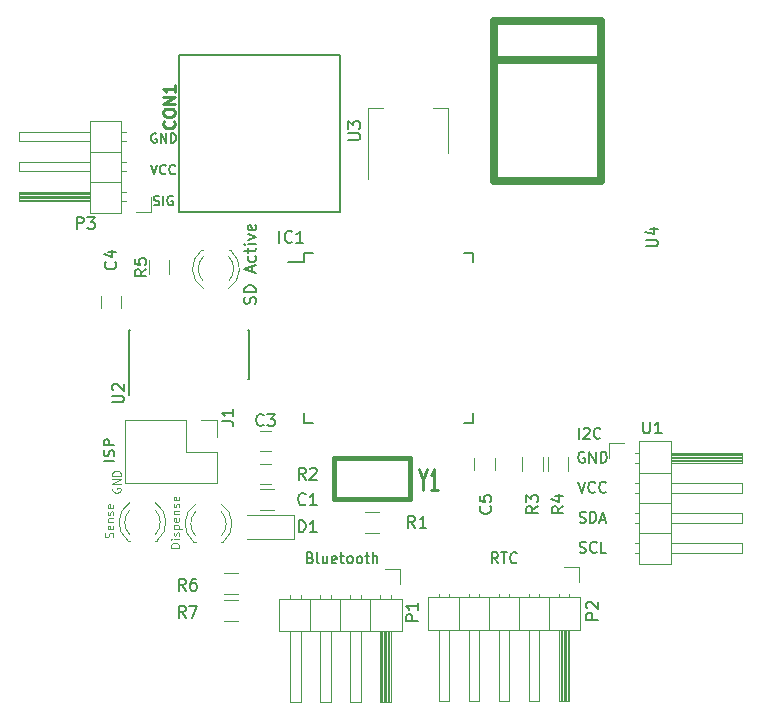
<source format=gbr>
G04 #@! TF.FileFunction,Legend,Top*
%FSLAX46Y46*%
G04 Gerber Fmt 4.6, Leading zero omitted, Abs format (unit mm)*
G04 Created by KiCad (PCBNEW 4.0.5) date 03/19/17 17:23:27*
%MOMM*%
%LPD*%
G01*
G04 APERTURE LIST*
%ADD10C,0.100000*%
%ADD11C,0.150000*%
%ADD12C,0.130000*%
%ADD13C,0.200660*%
%ADD14C,0.120000*%
%ADD15C,0.381000*%
%ADD16C,0.650000*%
%ADD17C,0.250000*%
%ADD18C,0.271780*%
G04 APERTURE END LIST*
D10*
X7301667Y-41773999D02*
X6601667Y-41773999D01*
X6601667Y-41607333D01*
X6635000Y-41507333D01*
X6701667Y-41440666D01*
X6768333Y-41407333D01*
X6901667Y-41373999D01*
X7001667Y-41373999D01*
X7135000Y-41407333D01*
X7201667Y-41440666D01*
X7268333Y-41507333D01*
X7301667Y-41607333D01*
X7301667Y-41773999D01*
X7301667Y-41073999D02*
X6835000Y-41073999D01*
X6601667Y-41073999D02*
X6635000Y-41107333D01*
X6668333Y-41073999D01*
X6635000Y-41040666D01*
X6601667Y-41073999D01*
X6668333Y-41073999D01*
X7268333Y-40774000D02*
X7301667Y-40707333D01*
X7301667Y-40574000D01*
X7268333Y-40507333D01*
X7201667Y-40474000D01*
X7168333Y-40474000D01*
X7101667Y-40507333D01*
X7068333Y-40574000D01*
X7068333Y-40674000D01*
X7035000Y-40740666D01*
X6968333Y-40774000D01*
X6935000Y-40774000D01*
X6868333Y-40740666D01*
X6835000Y-40674000D01*
X6835000Y-40574000D01*
X6868333Y-40507333D01*
X6835000Y-40173999D02*
X7535000Y-40173999D01*
X6868333Y-40173999D02*
X6835000Y-40107333D01*
X6835000Y-39973999D01*
X6868333Y-39907333D01*
X6901667Y-39873999D01*
X6968333Y-39840666D01*
X7168333Y-39840666D01*
X7235000Y-39873999D01*
X7268333Y-39907333D01*
X7301667Y-39973999D01*
X7301667Y-40107333D01*
X7268333Y-40173999D01*
X7268333Y-39274000D02*
X7301667Y-39340666D01*
X7301667Y-39474000D01*
X7268333Y-39540666D01*
X7201667Y-39574000D01*
X6935000Y-39574000D01*
X6868333Y-39540666D01*
X6835000Y-39474000D01*
X6835000Y-39340666D01*
X6868333Y-39274000D01*
X6935000Y-39240666D01*
X7001667Y-39240666D01*
X7068333Y-39574000D01*
X6835000Y-38940666D02*
X7301667Y-38940666D01*
X6901667Y-38940666D02*
X6868333Y-38907333D01*
X6835000Y-38840666D01*
X6835000Y-38740666D01*
X6868333Y-38674000D01*
X6935000Y-38640666D01*
X7301667Y-38640666D01*
X7268333Y-38340667D02*
X7301667Y-38274000D01*
X7301667Y-38140667D01*
X7268333Y-38074000D01*
X7201667Y-38040667D01*
X7168333Y-38040667D01*
X7101667Y-38074000D01*
X7068333Y-38140667D01*
X7068333Y-38240667D01*
X7035000Y-38307333D01*
X6968333Y-38340667D01*
X6935000Y-38340667D01*
X6868333Y-38307333D01*
X6835000Y-38240667D01*
X6835000Y-38140667D01*
X6868333Y-38074000D01*
X7268333Y-37474000D02*
X7301667Y-37540666D01*
X7301667Y-37674000D01*
X7268333Y-37740666D01*
X7201667Y-37774000D01*
X6935000Y-37774000D01*
X6868333Y-37740666D01*
X6835000Y-37674000D01*
X6835000Y-37540666D01*
X6868333Y-37474000D01*
X6935000Y-37440666D01*
X7001667Y-37440666D01*
X7068333Y-37774000D01*
X1680333Y-40897000D02*
X1713667Y-40797000D01*
X1713667Y-40630333D01*
X1680333Y-40563666D01*
X1647000Y-40530333D01*
X1580333Y-40497000D01*
X1513667Y-40497000D01*
X1447000Y-40530333D01*
X1413667Y-40563666D01*
X1380333Y-40630333D01*
X1347000Y-40763666D01*
X1313667Y-40830333D01*
X1280333Y-40863666D01*
X1213667Y-40897000D01*
X1147000Y-40897000D01*
X1080333Y-40863666D01*
X1047000Y-40830333D01*
X1013667Y-40763666D01*
X1013667Y-40597000D01*
X1047000Y-40497000D01*
X1680333Y-39930333D02*
X1713667Y-39996999D01*
X1713667Y-40130333D01*
X1680333Y-40196999D01*
X1613667Y-40230333D01*
X1347000Y-40230333D01*
X1280333Y-40196999D01*
X1247000Y-40130333D01*
X1247000Y-39996999D01*
X1280333Y-39930333D01*
X1347000Y-39896999D01*
X1413667Y-39896999D01*
X1480333Y-40230333D01*
X1247000Y-39596999D02*
X1713667Y-39596999D01*
X1313667Y-39596999D02*
X1280333Y-39563666D01*
X1247000Y-39496999D01*
X1247000Y-39396999D01*
X1280333Y-39330333D01*
X1347000Y-39296999D01*
X1713667Y-39296999D01*
X1680333Y-38997000D02*
X1713667Y-38930333D01*
X1713667Y-38797000D01*
X1680333Y-38730333D01*
X1613667Y-38697000D01*
X1580333Y-38697000D01*
X1513667Y-38730333D01*
X1480333Y-38797000D01*
X1480333Y-38897000D01*
X1447000Y-38963666D01*
X1380333Y-38997000D01*
X1347000Y-38997000D01*
X1280333Y-38963666D01*
X1247000Y-38897000D01*
X1247000Y-38797000D01*
X1280333Y-38730333D01*
X1680333Y-38130333D02*
X1713667Y-38196999D01*
X1713667Y-38330333D01*
X1680333Y-38396999D01*
X1613667Y-38430333D01*
X1347000Y-38430333D01*
X1280333Y-38396999D01*
X1247000Y-38330333D01*
X1247000Y-38196999D01*
X1280333Y-38130333D01*
X1347000Y-38096999D01*
X1413667Y-38096999D01*
X1480333Y-38430333D01*
D11*
X1804143Y-34406571D02*
X904143Y-34406571D01*
X1761286Y-34020857D02*
X1804143Y-33892286D01*
X1804143Y-33678000D01*
X1761286Y-33592286D01*
X1718429Y-33549429D01*
X1632714Y-33506572D01*
X1547000Y-33506572D01*
X1461286Y-33549429D01*
X1418429Y-33592286D01*
X1375571Y-33678000D01*
X1332714Y-33849429D01*
X1289857Y-33935143D01*
X1247000Y-33978000D01*
X1161286Y-34020857D01*
X1075571Y-34020857D01*
X989857Y-33978000D01*
X947000Y-33935143D01*
X904143Y-33849429D01*
X904143Y-33635143D01*
X947000Y-33506572D01*
X1804143Y-33120857D02*
X904143Y-33120857D01*
X904143Y-32778000D01*
X947000Y-32692286D01*
X989857Y-32649429D01*
X1075571Y-32606572D01*
X1204143Y-32606572D01*
X1289857Y-32649429D01*
X1332714Y-32692286D01*
X1375571Y-32778000D01*
X1375571Y-33120857D01*
X41219572Y-42147286D02*
X41348143Y-42190143D01*
X41562429Y-42190143D01*
X41648143Y-42147286D01*
X41691000Y-42104429D01*
X41733857Y-42018714D01*
X41733857Y-41933000D01*
X41691000Y-41847286D01*
X41648143Y-41804429D01*
X41562429Y-41761571D01*
X41391000Y-41718714D01*
X41305286Y-41675857D01*
X41262429Y-41633000D01*
X41219572Y-41547286D01*
X41219572Y-41461571D01*
X41262429Y-41375857D01*
X41305286Y-41333000D01*
X41391000Y-41290143D01*
X41605286Y-41290143D01*
X41733857Y-41333000D01*
X42633857Y-42104429D02*
X42591000Y-42147286D01*
X42462429Y-42190143D01*
X42376715Y-42190143D01*
X42248143Y-42147286D01*
X42162429Y-42061571D01*
X42119572Y-41975857D01*
X42076715Y-41804429D01*
X42076715Y-41675857D01*
X42119572Y-41504429D01*
X42162429Y-41418714D01*
X42248143Y-41333000D01*
X42376715Y-41290143D01*
X42462429Y-41290143D01*
X42591000Y-41333000D01*
X42633857Y-41375857D01*
X43448143Y-42190143D02*
X43019572Y-42190143D01*
X43019572Y-41290143D01*
X41198143Y-39607286D02*
X41326714Y-39650143D01*
X41541000Y-39650143D01*
X41626714Y-39607286D01*
X41669571Y-39564429D01*
X41712428Y-39478714D01*
X41712428Y-39393000D01*
X41669571Y-39307286D01*
X41626714Y-39264429D01*
X41541000Y-39221571D01*
X41369571Y-39178714D01*
X41283857Y-39135857D01*
X41241000Y-39093000D01*
X41198143Y-39007286D01*
X41198143Y-38921571D01*
X41241000Y-38835857D01*
X41283857Y-38793000D01*
X41369571Y-38750143D01*
X41583857Y-38750143D01*
X41712428Y-38793000D01*
X42098143Y-39650143D02*
X42098143Y-38750143D01*
X42312428Y-38750143D01*
X42441000Y-38793000D01*
X42526714Y-38878714D01*
X42569571Y-38964429D01*
X42612428Y-39135857D01*
X42612428Y-39264429D01*
X42569571Y-39435857D01*
X42526714Y-39521571D01*
X42441000Y-39607286D01*
X42312428Y-39650143D01*
X42098143Y-39650143D01*
X42955286Y-39393000D02*
X43383857Y-39393000D01*
X42869571Y-39650143D02*
X43169571Y-38750143D01*
X43469571Y-39650143D01*
X41091000Y-36210143D02*
X41391000Y-37110143D01*
X41691000Y-36210143D01*
X42505286Y-37024429D02*
X42462429Y-37067286D01*
X42333858Y-37110143D01*
X42248144Y-37110143D01*
X42119572Y-37067286D01*
X42033858Y-36981571D01*
X41991001Y-36895857D01*
X41948144Y-36724429D01*
X41948144Y-36595857D01*
X41991001Y-36424429D01*
X42033858Y-36338714D01*
X42119572Y-36253000D01*
X42248144Y-36210143D01*
X42333858Y-36210143D01*
X42462429Y-36253000D01*
X42505286Y-36295857D01*
X43405286Y-37024429D02*
X43362429Y-37067286D01*
X43233858Y-37110143D01*
X43148144Y-37110143D01*
X43019572Y-37067286D01*
X42933858Y-36981571D01*
X42891001Y-36895857D01*
X42848144Y-36724429D01*
X42848144Y-36595857D01*
X42891001Y-36424429D01*
X42933858Y-36338714D01*
X43019572Y-36253000D01*
X43148144Y-36210143D01*
X43233858Y-36210143D01*
X43362429Y-36253000D01*
X43405286Y-36295857D01*
X41605286Y-33713000D02*
X41519572Y-33670143D01*
X41391001Y-33670143D01*
X41262429Y-33713000D01*
X41176715Y-33798714D01*
X41133858Y-33884429D01*
X41091001Y-34055857D01*
X41091001Y-34184429D01*
X41133858Y-34355857D01*
X41176715Y-34441571D01*
X41262429Y-34527286D01*
X41391001Y-34570143D01*
X41476715Y-34570143D01*
X41605286Y-34527286D01*
X41648143Y-34484429D01*
X41648143Y-34184429D01*
X41476715Y-34184429D01*
X42033858Y-34570143D02*
X42033858Y-33670143D01*
X42548143Y-34570143D01*
X42548143Y-33670143D01*
X42976715Y-34570143D02*
X42976715Y-33670143D01*
X43191000Y-33670143D01*
X43319572Y-33713000D01*
X43405286Y-33798714D01*
X43448143Y-33884429D01*
X43491000Y-34055857D01*
X43491000Y-34184429D01*
X43448143Y-34355857D01*
X43405286Y-34441571D01*
X43319572Y-34527286D01*
X43191000Y-34570143D01*
X42976715Y-34570143D01*
D10*
X1682000Y-36728333D02*
X1648667Y-36794999D01*
X1648667Y-36894999D01*
X1682000Y-36994999D01*
X1748667Y-37061666D01*
X1815333Y-37094999D01*
X1948667Y-37128333D01*
X2048667Y-37128333D01*
X2182000Y-37094999D01*
X2248667Y-37061666D01*
X2315333Y-36994999D01*
X2348667Y-36894999D01*
X2348667Y-36828333D01*
X2315333Y-36728333D01*
X2282000Y-36694999D01*
X2048667Y-36694999D01*
X2048667Y-36828333D01*
X2348667Y-36394999D02*
X1648667Y-36394999D01*
X2348667Y-35994999D01*
X1648667Y-35994999D01*
X2348667Y-35661666D02*
X1648667Y-35661666D01*
X1648667Y-35495000D01*
X1682000Y-35395000D01*
X1748667Y-35328333D01*
X1815333Y-35295000D01*
X1948667Y-35261666D01*
X2048667Y-35261666D01*
X2182000Y-35295000D01*
X2248667Y-35328333D01*
X2315333Y-35395000D01*
X2348667Y-35495000D01*
X2348667Y-35661666D01*
D12*
X5359477Y-6719000D02*
X5283286Y-6680905D01*
X5169001Y-6680905D01*
X5054715Y-6719000D01*
X4978524Y-6795190D01*
X4940429Y-6871381D01*
X4902334Y-7023762D01*
X4902334Y-7138048D01*
X4940429Y-7290429D01*
X4978524Y-7366619D01*
X5054715Y-7442810D01*
X5169001Y-7480905D01*
X5245191Y-7480905D01*
X5359477Y-7442810D01*
X5397572Y-7404714D01*
X5397572Y-7138048D01*
X5245191Y-7138048D01*
X5740429Y-7480905D02*
X5740429Y-6680905D01*
X6197572Y-7480905D01*
X6197572Y-6680905D01*
X6578524Y-7480905D02*
X6578524Y-6680905D01*
X6769000Y-6680905D01*
X6883286Y-6719000D01*
X6959477Y-6795190D01*
X6997572Y-6871381D01*
X7035667Y-7023762D01*
X7035667Y-7138048D01*
X6997572Y-7290429D01*
X6959477Y-7366619D01*
X6883286Y-7442810D01*
X6769000Y-7480905D01*
X6578524Y-7480905D01*
X4902333Y-9340905D02*
X5169000Y-10140905D01*
X5435667Y-9340905D01*
X6159476Y-10064714D02*
X6121381Y-10102810D01*
X6007095Y-10140905D01*
X5930905Y-10140905D01*
X5816619Y-10102810D01*
X5740428Y-10026619D01*
X5702333Y-9950429D01*
X5664238Y-9798048D01*
X5664238Y-9683762D01*
X5702333Y-9531381D01*
X5740428Y-9455190D01*
X5816619Y-9379000D01*
X5930905Y-9340905D01*
X6007095Y-9340905D01*
X6121381Y-9379000D01*
X6159476Y-9417095D01*
X6959476Y-10064714D02*
X6921381Y-10102810D01*
X6807095Y-10140905D01*
X6730905Y-10140905D01*
X6616619Y-10102810D01*
X6540428Y-10026619D01*
X6502333Y-9950429D01*
X6464238Y-9798048D01*
X6464238Y-9683762D01*
X6502333Y-9531381D01*
X6540428Y-9455190D01*
X6616619Y-9379000D01*
X6730905Y-9340905D01*
X6807095Y-9340905D01*
X6921381Y-9379000D01*
X6959476Y-9417095D01*
X5149953Y-12762810D02*
X5264239Y-12800905D01*
X5454715Y-12800905D01*
X5530905Y-12762810D01*
X5569001Y-12724714D01*
X5607096Y-12648524D01*
X5607096Y-12572333D01*
X5569001Y-12496143D01*
X5530905Y-12458048D01*
X5454715Y-12419952D01*
X5302334Y-12381857D01*
X5226143Y-12343762D01*
X5188048Y-12305667D01*
X5149953Y-12229476D01*
X5149953Y-12153286D01*
X5188048Y-12077095D01*
X5226143Y-12039000D01*
X5302334Y-12000905D01*
X5492810Y-12000905D01*
X5607096Y-12039000D01*
X5949953Y-12800905D02*
X5949953Y-12000905D01*
X6749953Y-12039000D02*
X6673762Y-12000905D01*
X6559477Y-12000905D01*
X6445191Y-12039000D01*
X6369000Y-12115190D01*
X6330905Y-12191381D01*
X6292810Y-12343762D01*
X6292810Y-12458048D01*
X6330905Y-12610429D01*
X6369000Y-12686619D01*
X6445191Y-12762810D01*
X6559477Y-12800905D01*
X6635667Y-12800905D01*
X6749953Y-12762810D01*
X6788048Y-12724714D01*
X6788048Y-12458048D01*
X6635667Y-12458048D01*
D11*
X41158429Y-32538143D02*
X41158429Y-31638143D01*
X41544143Y-31723857D02*
X41587000Y-31681000D01*
X41672714Y-31638143D01*
X41887000Y-31638143D01*
X41972714Y-31681000D01*
X42015571Y-31723857D01*
X42058428Y-31809571D01*
X42058428Y-31895286D01*
X42015571Y-32023857D01*
X41501285Y-32538143D01*
X42058428Y-32538143D01*
X42958428Y-32452429D02*
X42915571Y-32495286D01*
X42787000Y-32538143D01*
X42701286Y-32538143D01*
X42572714Y-32495286D01*
X42487000Y-32409571D01*
X42444143Y-32323857D01*
X42401286Y-32152429D01*
X42401286Y-32023857D01*
X42444143Y-31852429D01*
X42487000Y-31766714D01*
X42572714Y-31681000D01*
X42701286Y-31638143D01*
X42787000Y-31638143D01*
X42915571Y-31681000D01*
X42958428Y-31723857D01*
X34283714Y-43079143D02*
X33983714Y-42650571D01*
X33769429Y-43079143D02*
X33769429Y-42179143D01*
X34112286Y-42179143D01*
X34198000Y-42222000D01*
X34240857Y-42264857D01*
X34283714Y-42350571D01*
X34283714Y-42479143D01*
X34240857Y-42564857D01*
X34198000Y-42607714D01*
X34112286Y-42650571D01*
X33769429Y-42650571D01*
X34540857Y-42179143D02*
X35055143Y-42179143D01*
X34798000Y-43079143D02*
X34798000Y-42179143D01*
X35869428Y-42993429D02*
X35826571Y-43036286D01*
X35698000Y-43079143D01*
X35612286Y-43079143D01*
X35483714Y-43036286D01*
X35398000Y-42950571D01*
X35355143Y-42864857D01*
X35312286Y-42693429D01*
X35312286Y-42564857D01*
X35355143Y-42393429D01*
X35398000Y-42307714D01*
X35483714Y-42222000D01*
X35612286Y-42179143D01*
X35698000Y-42179143D01*
X35826571Y-42222000D01*
X35869428Y-42264857D01*
X18381999Y-42607714D02*
X18510570Y-42650571D01*
X18553427Y-42693429D01*
X18596284Y-42779143D01*
X18596284Y-42907714D01*
X18553427Y-42993429D01*
X18510570Y-43036286D01*
X18424856Y-43079143D01*
X18081999Y-43079143D01*
X18081999Y-42179143D01*
X18381999Y-42179143D01*
X18467713Y-42222000D01*
X18510570Y-42264857D01*
X18553427Y-42350571D01*
X18553427Y-42436286D01*
X18510570Y-42522000D01*
X18467713Y-42564857D01*
X18381999Y-42607714D01*
X18081999Y-42607714D01*
X19110570Y-43079143D02*
X19024856Y-43036286D01*
X18981999Y-42950571D01*
X18981999Y-42179143D01*
X19839142Y-42479143D02*
X19839142Y-43079143D01*
X19453428Y-42479143D02*
X19453428Y-42950571D01*
X19496285Y-43036286D01*
X19581999Y-43079143D01*
X19710571Y-43079143D01*
X19796285Y-43036286D01*
X19839142Y-42993429D01*
X20610571Y-43036286D02*
X20524857Y-43079143D01*
X20353428Y-43079143D01*
X20267714Y-43036286D01*
X20224857Y-42950571D01*
X20224857Y-42607714D01*
X20267714Y-42522000D01*
X20353428Y-42479143D01*
X20524857Y-42479143D01*
X20610571Y-42522000D01*
X20653428Y-42607714D01*
X20653428Y-42693429D01*
X20224857Y-42779143D01*
X20910571Y-42479143D02*
X21253428Y-42479143D01*
X21039143Y-42179143D02*
X21039143Y-42950571D01*
X21082000Y-43036286D01*
X21167714Y-43079143D01*
X21253428Y-43079143D01*
X21682000Y-43079143D02*
X21596286Y-43036286D01*
X21553429Y-42993429D01*
X21510572Y-42907714D01*
X21510572Y-42650571D01*
X21553429Y-42564857D01*
X21596286Y-42522000D01*
X21682000Y-42479143D01*
X21810572Y-42479143D01*
X21896286Y-42522000D01*
X21939143Y-42564857D01*
X21982000Y-42650571D01*
X21982000Y-42907714D01*
X21939143Y-42993429D01*
X21896286Y-43036286D01*
X21810572Y-43079143D01*
X21682000Y-43079143D01*
X22496286Y-43079143D02*
X22410572Y-43036286D01*
X22367715Y-42993429D01*
X22324858Y-42907714D01*
X22324858Y-42650571D01*
X22367715Y-42564857D01*
X22410572Y-42522000D01*
X22496286Y-42479143D01*
X22624858Y-42479143D01*
X22710572Y-42522000D01*
X22753429Y-42564857D01*
X22796286Y-42650571D01*
X22796286Y-42907714D01*
X22753429Y-42993429D01*
X22710572Y-43036286D01*
X22624858Y-43079143D01*
X22496286Y-43079143D01*
X23053429Y-42479143D02*
X23396286Y-42479143D01*
X23182001Y-42179143D02*
X23182001Y-42950571D01*
X23224858Y-43036286D01*
X23310572Y-43079143D01*
X23396286Y-43079143D01*
X23696287Y-43079143D02*
X23696287Y-42179143D01*
X24082001Y-43079143D02*
X24082001Y-42607714D01*
X24039144Y-42522000D01*
X23953430Y-42479143D01*
X23824858Y-42479143D01*
X23739144Y-42522000D01*
X23696287Y-42564857D01*
X13739762Y-21137143D02*
X13787381Y-20994286D01*
X13787381Y-20756190D01*
X13739762Y-20660952D01*
X13692143Y-20613333D01*
X13596905Y-20565714D01*
X13501667Y-20565714D01*
X13406429Y-20613333D01*
X13358810Y-20660952D01*
X13311190Y-20756190D01*
X13263571Y-20946667D01*
X13215952Y-21041905D01*
X13168333Y-21089524D01*
X13073095Y-21137143D01*
X12977857Y-21137143D01*
X12882619Y-21089524D01*
X12835000Y-21041905D01*
X12787381Y-20946667D01*
X12787381Y-20708571D01*
X12835000Y-20565714D01*
X13787381Y-20137143D02*
X12787381Y-20137143D01*
X12787381Y-19899048D01*
X12835000Y-19756190D01*
X12930238Y-19660952D01*
X13025476Y-19613333D01*
X13215952Y-19565714D01*
X13358810Y-19565714D01*
X13549286Y-19613333D01*
X13644524Y-19660952D01*
X13739762Y-19756190D01*
X13787381Y-19899048D01*
X13787381Y-20137143D01*
X13501667Y-18422857D02*
X13501667Y-17946666D01*
X13787381Y-18518095D02*
X12787381Y-18184762D01*
X13787381Y-17851428D01*
X13739762Y-17089523D02*
X13787381Y-17184761D01*
X13787381Y-17375238D01*
X13739762Y-17470476D01*
X13692143Y-17518095D01*
X13596905Y-17565714D01*
X13311190Y-17565714D01*
X13215952Y-17518095D01*
X13168333Y-17470476D01*
X13120714Y-17375238D01*
X13120714Y-17184761D01*
X13168333Y-17089523D01*
X13120714Y-16803809D02*
X13120714Y-16422857D01*
X12787381Y-16660952D02*
X13644524Y-16660952D01*
X13739762Y-16613333D01*
X13787381Y-16518095D01*
X13787381Y-16422857D01*
X13787381Y-16089523D02*
X13120714Y-16089523D01*
X12787381Y-16089523D02*
X12835000Y-16137142D01*
X12882619Y-16089523D01*
X12835000Y-16041904D01*
X12787381Y-16089523D01*
X12882619Y-16089523D01*
X13120714Y-15708571D02*
X13787381Y-15470476D01*
X13120714Y-15232380D01*
X13739762Y-14470475D02*
X13787381Y-14565713D01*
X13787381Y-14756190D01*
X13739762Y-14851428D01*
X13644524Y-14899047D01*
X13263571Y-14899047D01*
X13168333Y-14851428D01*
X13120714Y-14756190D01*
X13120714Y-14565713D01*
X13168333Y-14470475D01*
X13263571Y-14422856D01*
X13358810Y-14422856D01*
X13454048Y-14899047D01*
X3053000Y-27475000D02*
X3078000Y-27475000D01*
X3053000Y-23325000D02*
X3158000Y-23325000D01*
X13203000Y-23325000D02*
X13098000Y-23325000D01*
X13203000Y-27475000D02*
X13098000Y-27475000D01*
X3053000Y-27475000D02*
X3053000Y-23325000D01*
X13203000Y-27475000D02*
X13203000Y-23325000D01*
X3078000Y-27475000D02*
X3078000Y-28850000D01*
D13*
X7297420Y-13335000D02*
X7297420Y-35560D01*
X7297420Y-35560D02*
X20896580Y-35560D01*
X20896580Y-35560D02*
X20896580Y-13335000D01*
X20896580Y-13335000D02*
X7297420Y-13335000D01*
D11*
X17825000Y-16825000D02*
X17825000Y-17625000D01*
X32175000Y-16825000D02*
X32175000Y-17625000D01*
X32175000Y-31175000D02*
X32175000Y-30375000D01*
X17825000Y-31175000D02*
X17825000Y-30375000D01*
X17825000Y-16825000D02*
X18625000Y-16825000D01*
X17825000Y-31175000D02*
X18625000Y-31175000D01*
X32175000Y-31175000D02*
X31375000Y-31175000D01*
X32175000Y-16825000D02*
X31375000Y-16825000D01*
X17825000Y-17625000D02*
X16550000Y-17625000D01*
D14*
X23022000Y-38744000D02*
X24222000Y-38744000D01*
X24222000Y-40504000D02*
X23022000Y-40504000D01*
D15*
X26873200Y-37691060D02*
X20370800Y-37691060D01*
X20370800Y-37691060D02*
X20370800Y-34190940D01*
X20370800Y-34190940D02*
X26873200Y-34190940D01*
X26873200Y-34190940D02*
X26873200Y-37691060D01*
D14*
X14105000Y-36410000D02*
X15105000Y-36410000D01*
X15105000Y-34710000D02*
X14105000Y-34710000D01*
X16982000Y-41005000D02*
X16982000Y-39005000D01*
X16982000Y-39005000D02*
X13082000Y-39005000D01*
X16982000Y-41005000D02*
X13082000Y-41005000D01*
X15332000Y-38599000D02*
X14132000Y-38599000D01*
X14132000Y-36839000D02*
X15332000Y-36839000D01*
X36331000Y-35271000D02*
X36331000Y-34071000D01*
X38091000Y-34071000D02*
X38091000Y-35271000D01*
X38490000Y-35271000D02*
X38490000Y-34071000D01*
X40250000Y-34071000D02*
X40250000Y-35271000D01*
X46238000Y-32773000D02*
X46238000Y-35433000D01*
X46238000Y-35433000D02*
X48978000Y-35433000D01*
X48978000Y-35433000D02*
X48978000Y-32773000D01*
X48978000Y-32773000D02*
X46238000Y-32773000D01*
X48978000Y-33723000D02*
X48978000Y-34603000D01*
X48978000Y-34603000D02*
X54978000Y-34603000D01*
X54978000Y-34603000D02*
X54978000Y-33723000D01*
X54978000Y-33723000D02*
X48978000Y-33723000D01*
X45928000Y-33723000D02*
X46238000Y-33723000D01*
X45928000Y-34603000D02*
X46238000Y-34603000D01*
X48978000Y-33843000D02*
X54978000Y-33843000D01*
X48978000Y-33963000D02*
X54978000Y-33963000D01*
X48978000Y-34083000D02*
X54978000Y-34083000D01*
X48978000Y-34203000D02*
X54978000Y-34203000D01*
X48978000Y-34323000D02*
X54978000Y-34323000D01*
X48978000Y-34443000D02*
X54978000Y-34443000D01*
X48978000Y-34563000D02*
X54978000Y-34563000D01*
X46238000Y-35433000D02*
X46238000Y-37973000D01*
X46238000Y-37973000D02*
X48978000Y-37973000D01*
X48978000Y-37973000D02*
X48978000Y-35433000D01*
X48978000Y-35433000D02*
X46238000Y-35433000D01*
X48978000Y-36263000D02*
X48978000Y-37143000D01*
X48978000Y-37143000D02*
X54978000Y-37143000D01*
X54978000Y-37143000D02*
X54978000Y-36263000D01*
X54978000Y-36263000D02*
X48978000Y-36263000D01*
X45928000Y-36263000D02*
X46238000Y-36263000D01*
X45928000Y-37143000D02*
X46238000Y-37143000D01*
X46238000Y-37973000D02*
X46238000Y-40513000D01*
X46238000Y-40513000D02*
X48978000Y-40513000D01*
X48978000Y-40513000D02*
X48978000Y-37973000D01*
X48978000Y-37973000D02*
X46238000Y-37973000D01*
X48978000Y-38803000D02*
X48978000Y-39683000D01*
X48978000Y-39683000D02*
X54978000Y-39683000D01*
X54978000Y-39683000D02*
X54978000Y-38803000D01*
X54978000Y-38803000D02*
X48978000Y-38803000D01*
X45928000Y-38803000D02*
X46238000Y-38803000D01*
X45928000Y-39683000D02*
X46238000Y-39683000D01*
X46238000Y-40513000D02*
X46238000Y-43173000D01*
X46238000Y-43173000D02*
X48978000Y-43173000D01*
X48978000Y-43173000D02*
X48978000Y-40513000D01*
X48978000Y-40513000D02*
X46238000Y-40513000D01*
X48978000Y-41343000D02*
X48978000Y-42223000D01*
X48978000Y-42223000D02*
X54978000Y-42223000D01*
X54978000Y-42223000D02*
X54978000Y-41343000D01*
X54978000Y-41343000D02*
X48978000Y-41343000D01*
X45928000Y-41343000D02*
X46238000Y-41343000D01*
X45928000Y-42223000D02*
X46238000Y-42223000D01*
X43688000Y-34163000D02*
X43688000Y-32893000D01*
X43688000Y-32893000D02*
X44958000Y-32893000D01*
X11492608Y-19833335D02*
G75*
G03X11649516Y-16601000I-1078608J1672335D01*
G01*
X9335392Y-19833335D02*
G75*
G02X9178484Y-16601000I1078608J1672335D01*
G01*
X11493837Y-19202130D02*
G75*
G03X11494000Y-17120039I-1079837J1041130D01*
G01*
X9334163Y-19202130D02*
G75*
G02X9334000Y-17120039I1079837J1041130D01*
G01*
X11650000Y-16601000D02*
X11494000Y-16601000D01*
X9334000Y-16601000D02*
X9178000Y-16601000D01*
X4708000Y-18634000D02*
X4708000Y-17434000D01*
X6468000Y-17434000D02*
X6468000Y-18634000D01*
X30080000Y-4567000D02*
X28820000Y-4567000D01*
X23260000Y-4567000D02*
X24520000Y-4567000D01*
X30080000Y-8327000D02*
X30080000Y-4567000D01*
X23260000Y-10577000D02*
X23260000Y-4567000D01*
X7874000Y-30995000D02*
X2674000Y-30995000D01*
X2674000Y-30995000D02*
X2674000Y-36315000D01*
X2674000Y-36315000D02*
X10534000Y-36315000D01*
X10534000Y-36315000D02*
X10534000Y-33655000D01*
X10534000Y-33655000D02*
X7874000Y-33655000D01*
X7874000Y-33655000D02*
X7874000Y-30995000D01*
X9144000Y-30995000D02*
X10534000Y-30995000D01*
X10534000Y-30995000D02*
X10534000Y-32385000D01*
X15105000Y-31916000D02*
X14105000Y-31916000D01*
X14105000Y-33616000D02*
X15105000Y-33616000D01*
X674000Y-20455000D02*
X674000Y-21455000D01*
X2374000Y-21455000D02*
X2374000Y-20455000D01*
X33997000Y-35171000D02*
X33997000Y-34171000D01*
X32297000Y-34171000D02*
X32297000Y-35171000D01*
D16*
X33981000Y-499000D02*
X42981000Y-499000D01*
X42981000Y2801000D02*
X33981000Y2801000D01*
X42981000Y2801000D02*
X42981000Y-10699000D01*
X42981000Y-10699000D02*
X33981000Y-10699000D01*
X33981000Y2801000D02*
X33981000Y-10699000D01*
D14*
X26155000Y-46111000D02*
X23495000Y-46111000D01*
X23495000Y-46111000D02*
X23495000Y-48851000D01*
X23495000Y-48851000D02*
X26155000Y-48851000D01*
X26155000Y-48851000D02*
X26155000Y-46111000D01*
X25205000Y-48851000D02*
X24325000Y-48851000D01*
X24325000Y-48851000D02*
X24325000Y-54851000D01*
X24325000Y-54851000D02*
X25205000Y-54851000D01*
X25205000Y-54851000D02*
X25205000Y-48851000D01*
X25205000Y-45801000D02*
X25205000Y-46111000D01*
X24325000Y-45801000D02*
X24325000Y-46111000D01*
X25085000Y-48851000D02*
X25085000Y-54851000D01*
X24965000Y-48851000D02*
X24965000Y-54851000D01*
X24845000Y-48851000D02*
X24845000Y-54851000D01*
X24725000Y-48851000D02*
X24725000Y-54851000D01*
X24605000Y-48851000D02*
X24605000Y-54851000D01*
X24485000Y-48851000D02*
X24485000Y-54851000D01*
X24365000Y-48851000D02*
X24365000Y-54851000D01*
X23495000Y-46111000D02*
X20955000Y-46111000D01*
X20955000Y-46111000D02*
X20955000Y-48851000D01*
X20955000Y-48851000D02*
X23495000Y-48851000D01*
X23495000Y-48851000D02*
X23495000Y-46111000D01*
X22665000Y-48851000D02*
X21785000Y-48851000D01*
X21785000Y-48851000D02*
X21785000Y-54851000D01*
X21785000Y-54851000D02*
X22665000Y-54851000D01*
X22665000Y-54851000D02*
X22665000Y-48851000D01*
X22665000Y-45801000D02*
X22665000Y-46111000D01*
X21785000Y-45801000D02*
X21785000Y-46111000D01*
X20955000Y-46111000D02*
X18415000Y-46111000D01*
X18415000Y-46111000D02*
X18415000Y-48851000D01*
X18415000Y-48851000D02*
X20955000Y-48851000D01*
X20955000Y-48851000D02*
X20955000Y-46111000D01*
X20125000Y-48851000D02*
X19245000Y-48851000D01*
X19245000Y-48851000D02*
X19245000Y-54851000D01*
X19245000Y-54851000D02*
X20125000Y-54851000D01*
X20125000Y-54851000D02*
X20125000Y-48851000D01*
X20125000Y-45801000D02*
X20125000Y-46111000D01*
X19245000Y-45801000D02*
X19245000Y-46111000D01*
X18415000Y-46111000D02*
X15755000Y-46111000D01*
X15755000Y-46111000D02*
X15755000Y-48851000D01*
X15755000Y-48851000D02*
X18415000Y-48851000D01*
X18415000Y-48851000D02*
X18415000Y-46111000D01*
X17585000Y-48851000D02*
X16705000Y-48851000D01*
X16705000Y-48851000D02*
X16705000Y-54851000D01*
X16705000Y-54851000D02*
X17585000Y-54851000D01*
X17585000Y-54851000D02*
X17585000Y-48851000D01*
X17585000Y-45801000D02*
X17585000Y-46111000D01*
X16705000Y-45801000D02*
X16705000Y-46111000D01*
X24765000Y-43561000D02*
X26035000Y-43561000D01*
X26035000Y-43561000D02*
X26035000Y-44831000D01*
X3112392Y-37951665D02*
G75*
G03X2955484Y-41184000I1078608J-1672335D01*
G01*
X5269608Y-37951665D02*
G75*
G02X5426516Y-41184000I-1078608J-1672335D01*
G01*
X3111163Y-38582870D02*
G75*
G03X3111000Y-40664961I1079837J-1041130D01*
G01*
X5270837Y-38582870D02*
G75*
G02X5271000Y-40664961I-1079837J-1041130D01*
G01*
X2955000Y-41184000D02*
X3111000Y-41184000D01*
X5271000Y-41184000D02*
X5427000Y-41184000D01*
X8700392Y-38078665D02*
G75*
G03X8543484Y-41311000I1078608J-1672335D01*
G01*
X10857608Y-38078665D02*
G75*
G02X11014516Y-41311000I-1078608J-1672335D01*
G01*
X8699163Y-38709870D02*
G75*
G03X8699000Y-40791961I1079837J-1041130D01*
G01*
X10858837Y-38709870D02*
G75*
G02X10859000Y-40791961I-1079837J-1041130D01*
G01*
X8543000Y-41311000D02*
X8699000Y-41311000D01*
X10859000Y-41311000D02*
X11015000Y-41311000D01*
X12284000Y-45711000D02*
X11084000Y-45711000D01*
X11084000Y-43951000D02*
X12284000Y-43951000D01*
X12284000Y-47997000D02*
X11084000Y-47997000D01*
X11084000Y-46237000D02*
X12284000Y-46237000D01*
X41268000Y-45984000D02*
X38608000Y-45984000D01*
X38608000Y-45984000D02*
X38608000Y-48724000D01*
X38608000Y-48724000D02*
X41268000Y-48724000D01*
X41268000Y-48724000D02*
X41268000Y-45984000D01*
X40318000Y-48724000D02*
X39438000Y-48724000D01*
X39438000Y-48724000D02*
X39438000Y-54724000D01*
X39438000Y-54724000D02*
X40318000Y-54724000D01*
X40318000Y-54724000D02*
X40318000Y-48724000D01*
X40318000Y-45674000D02*
X40318000Y-45984000D01*
X39438000Y-45674000D02*
X39438000Y-45984000D01*
X40198000Y-48724000D02*
X40198000Y-54724000D01*
X40078000Y-48724000D02*
X40078000Y-54724000D01*
X39958000Y-48724000D02*
X39958000Y-54724000D01*
X39838000Y-48724000D02*
X39838000Y-54724000D01*
X39718000Y-48724000D02*
X39718000Y-54724000D01*
X39598000Y-48724000D02*
X39598000Y-54724000D01*
X39478000Y-48724000D02*
X39478000Y-54724000D01*
X38608000Y-45984000D02*
X36068000Y-45984000D01*
X36068000Y-45984000D02*
X36068000Y-48724000D01*
X36068000Y-48724000D02*
X38608000Y-48724000D01*
X38608000Y-48724000D02*
X38608000Y-45984000D01*
X37778000Y-48724000D02*
X36898000Y-48724000D01*
X36898000Y-48724000D02*
X36898000Y-54724000D01*
X36898000Y-54724000D02*
X37778000Y-54724000D01*
X37778000Y-54724000D02*
X37778000Y-48724000D01*
X37778000Y-45674000D02*
X37778000Y-45984000D01*
X36898000Y-45674000D02*
X36898000Y-45984000D01*
X36068000Y-45984000D02*
X33528000Y-45984000D01*
X33528000Y-45984000D02*
X33528000Y-48724000D01*
X33528000Y-48724000D02*
X36068000Y-48724000D01*
X36068000Y-48724000D02*
X36068000Y-45984000D01*
X35238000Y-48724000D02*
X34358000Y-48724000D01*
X34358000Y-48724000D02*
X34358000Y-54724000D01*
X34358000Y-54724000D02*
X35238000Y-54724000D01*
X35238000Y-54724000D02*
X35238000Y-48724000D01*
X35238000Y-45674000D02*
X35238000Y-45984000D01*
X34358000Y-45674000D02*
X34358000Y-45984000D01*
X33528000Y-45984000D02*
X30988000Y-45984000D01*
X30988000Y-45984000D02*
X30988000Y-48724000D01*
X30988000Y-48724000D02*
X33528000Y-48724000D01*
X33528000Y-48724000D02*
X33528000Y-45984000D01*
X32698000Y-48724000D02*
X31818000Y-48724000D01*
X31818000Y-48724000D02*
X31818000Y-54724000D01*
X31818000Y-54724000D02*
X32698000Y-54724000D01*
X32698000Y-54724000D02*
X32698000Y-48724000D01*
X32698000Y-45674000D02*
X32698000Y-45984000D01*
X31818000Y-45674000D02*
X31818000Y-45984000D01*
X30988000Y-45984000D02*
X28328000Y-45984000D01*
X28328000Y-45984000D02*
X28328000Y-48724000D01*
X28328000Y-48724000D02*
X30988000Y-48724000D01*
X30988000Y-48724000D02*
X30988000Y-45984000D01*
X30158000Y-48724000D02*
X29278000Y-48724000D01*
X29278000Y-48724000D02*
X29278000Y-54724000D01*
X29278000Y-54724000D02*
X30158000Y-54724000D01*
X30158000Y-54724000D02*
X30158000Y-48724000D01*
X30158000Y-45674000D02*
X30158000Y-45984000D01*
X29278000Y-45674000D02*
X29278000Y-45984000D01*
X39878000Y-43434000D02*
X41148000Y-43434000D01*
X41148000Y-43434000D02*
X41148000Y-44704000D01*
X2343000Y-13395000D02*
X2343000Y-10795000D01*
X2343000Y-10795000D02*
X-277000Y-10795000D01*
X-277000Y-10795000D02*
X-277000Y-13395000D01*
X-277000Y-13395000D02*
X2343000Y-13395000D01*
X-277000Y-12445000D02*
X-277000Y-11685000D01*
X-277000Y-11685000D02*
X-6277000Y-11685000D01*
X-6277000Y-11685000D02*
X-6277000Y-12445000D01*
X-6277000Y-12445000D02*
X-277000Y-12445000D01*
X2773000Y-12445000D02*
X2343000Y-12445000D01*
X2773000Y-11685000D02*
X2343000Y-11685000D01*
X-277000Y-12325000D02*
X-6277000Y-12325000D01*
X-277000Y-12205000D02*
X-6277000Y-12205000D01*
X-277000Y-12085000D02*
X-6277000Y-12085000D01*
X-277000Y-11965000D02*
X-6277000Y-11965000D01*
X-277000Y-11845000D02*
X-6277000Y-11845000D01*
X-277000Y-11725000D02*
X-6277000Y-11725000D01*
X2343000Y-10795000D02*
X2343000Y-8255000D01*
X2343000Y-8255000D02*
X-277000Y-8255000D01*
X-277000Y-8255000D02*
X-277000Y-10795000D01*
X-277000Y-10795000D02*
X2343000Y-10795000D01*
X-277000Y-9905000D02*
X-277000Y-9145000D01*
X-277000Y-9145000D02*
X-6277000Y-9145000D01*
X-6277000Y-9145000D02*
X-6277000Y-9905000D01*
X-6277000Y-9905000D02*
X-277000Y-9905000D01*
X2773000Y-9905000D02*
X2343000Y-9905000D01*
X2773000Y-9145000D02*
X2343000Y-9145000D01*
X2343000Y-8255000D02*
X2343000Y-5655000D01*
X2343000Y-5655000D02*
X-277000Y-5655000D01*
X-277000Y-5655000D02*
X-277000Y-8255000D01*
X-277000Y-8255000D02*
X2343000Y-8255000D01*
X-277000Y-7365000D02*
X-277000Y-6605000D01*
X-277000Y-6605000D02*
X-6277000Y-6605000D01*
X-6277000Y-6605000D02*
X-6277000Y-7365000D01*
X-6277000Y-7365000D02*
X-277000Y-7365000D01*
X2773000Y-7365000D02*
X2343000Y-7365000D01*
X2773000Y-6605000D02*
X2343000Y-6605000D01*
X4953000Y-12065000D02*
X4953000Y-13335000D01*
X4953000Y-13335000D02*
X3683000Y-13335000D01*
D11*
X1611381Y-29463905D02*
X2420905Y-29463905D01*
X2516143Y-29416286D01*
X2563762Y-29368667D01*
X2611381Y-29273429D01*
X2611381Y-29082952D01*
X2563762Y-28987714D01*
X2516143Y-28940095D01*
X2420905Y-28892476D01*
X1611381Y-28892476D01*
X1706619Y-28463905D02*
X1659000Y-28416286D01*
X1611381Y-28321048D01*
X1611381Y-28082952D01*
X1659000Y-27987714D01*
X1706619Y-27940095D01*
X1801857Y-27892476D01*
X1897095Y-27892476D01*
X2039952Y-27940095D01*
X2611381Y-28511524D01*
X2611381Y-27892476D01*
D17*
X6834143Y-5659285D02*
X6881762Y-5706904D01*
X6929381Y-5849761D01*
X6929381Y-5944999D01*
X6881762Y-6087857D01*
X6786524Y-6183095D01*
X6691286Y-6230714D01*
X6500810Y-6278333D01*
X6357952Y-6278333D01*
X6167476Y-6230714D01*
X6072238Y-6183095D01*
X5977000Y-6087857D01*
X5929381Y-5944999D01*
X5929381Y-5849761D01*
X5977000Y-5706904D01*
X6024619Y-5659285D01*
X5929381Y-5040238D02*
X5929381Y-4849761D01*
X5977000Y-4754523D01*
X6072238Y-4659285D01*
X6262714Y-4611666D01*
X6596048Y-4611666D01*
X6786524Y-4659285D01*
X6881762Y-4754523D01*
X6929381Y-4849761D01*
X6929381Y-5040238D01*
X6881762Y-5135476D01*
X6786524Y-5230714D01*
X6596048Y-5278333D01*
X6262714Y-5278333D01*
X6072238Y-5230714D01*
X5977000Y-5135476D01*
X5929381Y-5040238D01*
X6929381Y-4183095D02*
X5929381Y-4183095D01*
X6929381Y-3611666D01*
X5929381Y-3611666D01*
X6929381Y-2611666D02*
X6929381Y-3183095D01*
X6929381Y-2897381D02*
X5929381Y-2897381D01*
X6072238Y-2992619D01*
X6167476Y-3087857D01*
X6215095Y-3183095D01*
D11*
X15787810Y-15946381D02*
X15787810Y-14946381D01*
X16835429Y-15851143D02*
X16787810Y-15898762D01*
X16644953Y-15946381D01*
X16549715Y-15946381D01*
X16406857Y-15898762D01*
X16311619Y-15803524D01*
X16264000Y-15708286D01*
X16216381Y-15517810D01*
X16216381Y-15374952D01*
X16264000Y-15184476D01*
X16311619Y-15089238D01*
X16406857Y-14994000D01*
X16549715Y-14946381D01*
X16644953Y-14946381D01*
X16787810Y-14994000D01*
X16835429Y-15041619D01*
X17787810Y-15946381D02*
X17216381Y-15946381D01*
X17502095Y-15946381D02*
X17502095Y-14946381D01*
X17406857Y-15089238D01*
X17311619Y-15184476D01*
X17216381Y-15232095D01*
X27265334Y-40076381D02*
X26932000Y-39600190D01*
X26693905Y-40076381D02*
X26693905Y-39076381D01*
X27074858Y-39076381D01*
X27170096Y-39124000D01*
X27217715Y-39171619D01*
X27265334Y-39266857D01*
X27265334Y-39409714D01*
X27217715Y-39504952D01*
X27170096Y-39552571D01*
X27074858Y-39600190D01*
X26693905Y-39600190D01*
X28217715Y-40076381D02*
X27646286Y-40076381D01*
X27932000Y-40076381D02*
X27932000Y-39076381D01*
X27836762Y-39219238D01*
X27741524Y-39314476D01*
X27646286Y-39362095D01*
D18*
X27930325Y-36026816D02*
X27930325Y-36850501D01*
X27567951Y-35120761D02*
X27930325Y-36026816D01*
X28292698Y-35120761D01*
X29224515Y-36850501D02*
X28603303Y-36850501D01*
X28913909Y-36850501D02*
X28913909Y-35120761D01*
X28810374Y-35367867D01*
X28706839Y-35532604D01*
X28603303Y-35614973D01*
D11*
X17994334Y-38076143D02*
X17946715Y-38123762D01*
X17803858Y-38171381D01*
X17708620Y-38171381D01*
X17565762Y-38123762D01*
X17470524Y-38028524D01*
X17422905Y-37933286D01*
X17375286Y-37742810D01*
X17375286Y-37599952D01*
X17422905Y-37409476D01*
X17470524Y-37314238D01*
X17565762Y-37219000D01*
X17708620Y-37171381D01*
X17803858Y-37171381D01*
X17946715Y-37219000D01*
X17994334Y-37266619D01*
X18946715Y-38171381D02*
X18375286Y-38171381D01*
X18661000Y-38171381D02*
X18661000Y-37171381D01*
X18565762Y-37314238D01*
X18470524Y-37409476D01*
X18375286Y-37457095D01*
X17422905Y-40457381D02*
X17422905Y-39457381D01*
X17661000Y-39457381D01*
X17803858Y-39505000D01*
X17899096Y-39600238D01*
X17946715Y-39695476D01*
X17994334Y-39885952D01*
X17994334Y-40028810D01*
X17946715Y-40219286D01*
X17899096Y-40314524D01*
X17803858Y-40409762D01*
X17661000Y-40457381D01*
X17422905Y-40457381D01*
X18946715Y-40457381D02*
X18375286Y-40457381D01*
X18661000Y-40457381D02*
X18661000Y-39457381D01*
X18565762Y-39600238D01*
X18470524Y-39695476D01*
X18375286Y-39743095D01*
X17994334Y-36012381D02*
X17661000Y-35536190D01*
X17422905Y-36012381D02*
X17422905Y-35012381D01*
X17803858Y-35012381D01*
X17899096Y-35060000D01*
X17946715Y-35107619D01*
X17994334Y-35202857D01*
X17994334Y-35345714D01*
X17946715Y-35440952D01*
X17899096Y-35488571D01*
X17803858Y-35536190D01*
X17422905Y-35536190D01*
X18375286Y-35107619D02*
X18422905Y-35060000D01*
X18518143Y-35012381D01*
X18756239Y-35012381D01*
X18851477Y-35060000D01*
X18899096Y-35107619D01*
X18946715Y-35202857D01*
X18946715Y-35298095D01*
X18899096Y-35440952D01*
X18327667Y-36012381D01*
X18946715Y-36012381D01*
X37663381Y-38266666D02*
X37187190Y-38600000D01*
X37663381Y-38838095D02*
X36663381Y-38838095D01*
X36663381Y-38457142D01*
X36711000Y-38361904D01*
X36758619Y-38314285D01*
X36853857Y-38266666D01*
X36996714Y-38266666D01*
X37091952Y-38314285D01*
X37139571Y-38361904D01*
X37187190Y-38457142D01*
X37187190Y-38838095D01*
X36663381Y-37933333D02*
X36663381Y-37314285D01*
X37044333Y-37647619D01*
X37044333Y-37504761D01*
X37091952Y-37409523D01*
X37139571Y-37361904D01*
X37234810Y-37314285D01*
X37472905Y-37314285D01*
X37568143Y-37361904D01*
X37615762Y-37409523D01*
X37663381Y-37504761D01*
X37663381Y-37790476D01*
X37615762Y-37885714D01*
X37568143Y-37933333D01*
X39822381Y-38266666D02*
X39346190Y-38600000D01*
X39822381Y-38838095D02*
X38822381Y-38838095D01*
X38822381Y-38457142D01*
X38870000Y-38361904D01*
X38917619Y-38314285D01*
X39012857Y-38266666D01*
X39155714Y-38266666D01*
X39250952Y-38314285D01*
X39298571Y-38361904D01*
X39346190Y-38457142D01*
X39346190Y-38838095D01*
X39155714Y-37409523D02*
X39822381Y-37409523D01*
X38774762Y-37647619D02*
X39489048Y-37885714D01*
X39489048Y-37266666D01*
X46567095Y-31095381D02*
X46567095Y-31904905D01*
X46614714Y-32000143D01*
X46662333Y-32047762D01*
X46757571Y-32095381D01*
X46948048Y-32095381D01*
X47043286Y-32047762D01*
X47090905Y-32000143D01*
X47138524Y-31904905D01*
X47138524Y-31095381D01*
X48138524Y-32095381D02*
X47567095Y-32095381D01*
X47852809Y-32095381D02*
X47852809Y-31095381D01*
X47757571Y-31238238D01*
X47662333Y-31333476D01*
X47567095Y-31381095D01*
X4516381Y-18200666D02*
X4040190Y-18534000D01*
X4516381Y-18772095D02*
X3516381Y-18772095D01*
X3516381Y-18391142D01*
X3564000Y-18295904D01*
X3611619Y-18248285D01*
X3706857Y-18200666D01*
X3849714Y-18200666D01*
X3944952Y-18248285D01*
X3992571Y-18295904D01*
X4040190Y-18391142D01*
X4040190Y-18772095D01*
X3516381Y-17295904D02*
X3516381Y-17772095D01*
X3992571Y-17819714D01*
X3944952Y-17772095D01*
X3897333Y-17676857D01*
X3897333Y-17438761D01*
X3944952Y-17343523D01*
X3992571Y-17295904D01*
X4087810Y-17248285D01*
X4325905Y-17248285D01*
X4421143Y-17295904D01*
X4468762Y-17343523D01*
X4516381Y-17438761D01*
X4516381Y-17676857D01*
X4468762Y-17772095D01*
X4421143Y-17819714D01*
X21622381Y-7238905D02*
X22431905Y-7238905D01*
X22527143Y-7191286D01*
X22574762Y-7143667D01*
X22622381Y-7048429D01*
X22622381Y-6857952D01*
X22574762Y-6762714D01*
X22527143Y-6715095D01*
X22431905Y-6667476D01*
X21622381Y-6667476D01*
X21622381Y-6286524D02*
X21622381Y-5667476D01*
X22003333Y-6000810D01*
X22003333Y-5857952D01*
X22050952Y-5762714D01*
X22098571Y-5715095D01*
X22193810Y-5667476D01*
X22431905Y-5667476D01*
X22527143Y-5715095D01*
X22574762Y-5762714D01*
X22622381Y-5857952D01*
X22622381Y-6143667D01*
X22574762Y-6238905D01*
X22527143Y-6286524D01*
X10882381Y-31067333D02*
X11596667Y-31067333D01*
X11739524Y-31114953D01*
X11834762Y-31210191D01*
X11882381Y-31353048D01*
X11882381Y-31448286D01*
X11882381Y-30067333D02*
X11882381Y-30638762D01*
X11882381Y-30353048D02*
X10882381Y-30353048D01*
X11025238Y-30448286D01*
X11120476Y-30543524D01*
X11168095Y-30638762D01*
X14438334Y-31373143D02*
X14390715Y-31420762D01*
X14247858Y-31468381D01*
X14152620Y-31468381D01*
X14009762Y-31420762D01*
X13914524Y-31325524D01*
X13866905Y-31230286D01*
X13819286Y-31039810D01*
X13819286Y-30896952D01*
X13866905Y-30706476D01*
X13914524Y-30611238D01*
X14009762Y-30516000D01*
X14152620Y-30468381D01*
X14247858Y-30468381D01*
X14390715Y-30516000D01*
X14438334Y-30563619D01*
X14771667Y-30468381D02*
X15390715Y-30468381D01*
X15057381Y-30849333D01*
X15200239Y-30849333D01*
X15295477Y-30896952D01*
X15343096Y-30944571D01*
X15390715Y-31039810D01*
X15390715Y-31277905D01*
X15343096Y-31373143D01*
X15295477Y-31420762D01*
X15200239Y-31468381D01*
X14914524Y-31468381D01*
X14819286Y-31420762D01*
X14771667Y-31373143D01*
X1881143Y-17565666D02*
X1928762Y-17613285D01*
X1976381Y-17756142D01*
X1976381Y-17851380D01*
X1928762Y-17994238D01*
X1833524Y-18089476D01*
X1738286Y-18137095D01*
X1547810Y-18184714D01*
X1404952Y-18184714D01*
X1214476Y-18137095D01*
X1119238Y-18089476D01*
X1024000Y-17994238D01*
X976381Y-17851380D01*
X976381Y-17756142D01*
X1024000Y-17613285D01*
X1071619Y-17565666D01*
X1309714Y-16708523D02*
X1976381Y-16708523D01*
X928762Y-16946619D02*
X1643048Y-17184714D01*
X1643048Y-16565666D01*
X33631143Y-38266666D02*
X33678762Y-38314285D01*
X33726381Y-38457142D01*
X33726381Y-38552380D01*
X33678762Y-38695238D01*
X33583524Y-38790476D01*
X33488286Y-38838095D01*
X33297810Y-38885714D01*
X33154952Y-38885714D01*
X32964476Y-38838095D01*
X32869238Y-38790476D01*
X32774000Y-38695238D01*
X32726381Y-38552380D01*
X32726381Y-38457142D01*
X32774000Y-38314285D01*
X32821619Y-38266666D01*
X32726381Y-37361904D02*
X32726381Y-37838095D01*
X33202571Y-37885714D01*
X33154952Y-37838095D01*
X33107333Y-37742857D01*
X33107333Y-37504761D01*
X33154952Y-37409523D01*
X33202571Y-37361904D01*
X33297810Y-37314285D01*
X33535905Y-37314285D01*
X33631143Y-37361904D01*
X33678762Y-37409523D01*
X33726381Y-37504761D01*
X33726381Y-37742857D01*
X33678762Y-37838095D01*
X33631143Y-37885714D01*
X27503381Y-47982095D02*
X26503381Y-47982095D01*
X26503381Y-47601142D01*
X26551000Y-47505904D01*
X26598619Y-47458285D01*
X26693857Y-47410666D01*
X26836714Y-47410666D01*
X26931952Y-47458285D01*
X26979571Y-47505904D01*
X27027190Y-47601142D01*
X27027190Y-47982095D01*
X27503381Y-46458285D02*
X27503381Y-47029714D01*
X27503381Y-46744000D02*
X26503381Y-46744000D01*
X26646238Y-46839238D01*
X26741476Y-46934476D01*
X26789095Y-47029714D01*
X7834334Y-45410381D02*
X7501000Y-44934190D01*
X7262905Y-45410381D02*
X7262905Y-44410381D01*
X7643858Y-44410381D01*
X7739096Y-44458000D01*
X7786715Y-44505619D01*
X7834334Y-44600857D01*
X7834334Y-44743714D01*
X7786715Y-44838952D01*
X7739096Y-44886571D01*
X7643858Y-44934190D01*
X7262905Y-44934190D01*
X8691477Y-44410381D02*
X8501000Y-44410381D01*
X8405762Y-44458000D01*
X8358143Y-44505619D01*
X8262905Y-44648476D01*
X8215286Y-44838952D01*
X8215286Y-45219905D01*
X8262905Y-45315143D01*
X8310524Y-45362762D01*
X8405762Y-45410381D01*
X8596239Y-45410381D01*
X8691477Y-45362762D01*
X8739096Y-45315143D01*
X8786715Y-45219905D01*
X8786715Y-44981810D01*
X8739096Y-44886571D01*
X8691477Y-44838952D01*
X8596239Y-44791333D01*
X8405762Y-44791333D01*
X8310524Y-44838952D01*
X8262905Y-44886571D01*
X8215286Y-44981810D01*
X7834334Y-47696381D02*
X7501000Y-47220190D01*
X7262905Y-47696381D02*
X7262905Y-46696381D01*
X7643858Y-46696381D01*
X7739096Y-46744000D01*
X7786715Y-46791619D01*
X7834334Y-46886857D01*
X7834334Y-47029714D01*
X7786715Y-47124952D01*
X7739096Y-47172571D01*
X7643858Y-47220190D01*
X7262905Y-47220190D01*
X8167667Y-46696381D02*
X8834334Y-46696381D01*
X8405762Y-47696381D01*
X42743381Y-47855095D02*
X41743381Y-47855095D01*
X41743381Y-47474142D01*
X41791000Y-47378904D01*
X41838619Y-47331285D01*
X41933857Y-47283666D01*
X42076714Y-47283666D01*
X42171952Y-47331285D01*
X42219571Y-47378904D01*
X42267190Y-47474142D01*
X42267190Y-47855095D01*
X41838619Y-46902714D02*
X41791000Y-46855095D01*
X41743381Y-46759857D01*
X41743381Y-46521761D01*
X41791000Y-46426523D01*
X41838619Y-46378904D01*
X41933857Y-46331285D01*
X42029095Y-46331285D01*
X42171952Y-46378904D01*
X42743381Y-46950333D01*
X42743381Y-46331285D01*
X46823381Y-16255905D02*
X47632905Y-16255905D01*
X47728143Y-16208286D01*
X47775762Y-16160667D01*
X47823381Y-16065429D01*
X47823381Y-15874952D01*
X47775762Y-15779714D01*
X47728143Y-15732095D01*
X47632905Y-15684476D01*
X46823381Y-15684476D01*
X47156714Y-14779714D02*
X47823381Y-14779714D01*
X46775762Y-15017810D02*
X47490048Y-15255905D01*
X47490048Y-14636857D01*
X-1370095Y-14787381D02*
X-1370095Y-13787381D01*
X-989142Y-13787381D01*
X-893904Y-13835000D01*
X-846285Y-13882619D01*
X-798666Y-13977857D01*
X-798666Y-14120714D01*
X-846285Y-14215952D01*
X-893904Y-14263571D01*
X-989142Y-14311190D01*
X-1370095Y-14311190D01*
X-465333Y-13787381D02*
X153715Y-13787381D01*
X-179619Y-14168333D01*
X-36761Y-14168333D01*
X58477Y-14215952D01*
X106096Y-14263571D01*
X153715Y-14358810D01*
X153715Y-14596905D01*
X106096Y-14692143D01*
X58477Y-14739762D01*
X-36761Y-14787381D01*
X-322476Y-14787381D01*
X-417714Y-14739762D01*
X-465333Y-14692143D01*
M02*

</source>
